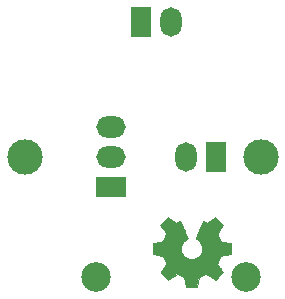
<source format=gbl>
%TF.GenerationSoftware,KiCad,Pcbnew,6.0.7*%
%TF.CreationDate,2022-09-06T10:13:28+02:00*%
%TF.ProjectId,gluhwurmchen,676c7568-7775-4726-9d63-68656e2e6b69,rev?*%
%TF.SameCoordinates,Original*%
%TF.FileFunction,Copper,L2,Bot*%
%TF.FilePolarity,Positive*%
%FSLAX46Y46*%
G04 Gerber Fmt 4.6, Leading zero omitted, Abs format (unit mm)*
G04 Created by KiCad (PCBNEW 6.0.7) date 2022-09-06 10:13:28*
%MOMM*%
%LPD*%
G01*
G04 APERTURE LIST*
%TA.AperFunction,EtchedComponent*%
%ADD10C,0.010000*%
%TD*%
%TA.AperFunction,ComponentPad*%
%ADD11C,2.500000*%
%TD*%
%TA.AperFunction,ComponentPad*%
%ADD12R,1.800000X2.500000*%
%TD*%
%TA.AperFunction,ComponentPad*%
%ADD13O,1.800000X2.500000*%
%TD*%
%TA.AperFunction,ComponentPad*%
%ADD14R,2.500000X1.800000*%
%TD*%
%TA.AperFunction,ComponentPad*%
%ADD15O,2.500000X1.800000*%
%TD*%
%TA.AperFunction,ComponentPad*%
%ADD16C,3.000000*%
%TD*%
G04 APERTURE END LIST*
G36*
X87603410Y-94013558D02*
G01*
X87637424Y-94039487D01*
X87689860Y-94085138D01*
X87756154Y-94146022D01*
X87831742Y-94217647D01*
X87912059Y-94295525D01*
X87992542Y-94375163D01*
X88068626Y-94452073D01*
X88135748Y-94521763D01*
X88189343Y-94579744D01*
X88224847Y-94621524D01*
X88237696Y-94642615D01*
X88236955Y-94646627D01*
X88221662Y-94679288D01*
X88188993Y-94735796D01*
X88142105Y-94811045D01*
X88084154Y-94899933D01*
X88018298Y-94997354D01*
X87999828Y-95024226D01*
X87934973Y-95118785D01*
X87877846Y-95202381D01*
X87831777Y-95270124D01*
X87800096Y-95317122D01*
X87786131Y-95338482D01*
X87785787Y-95339397D01*
X87789909Y-95365530D01*
X87805648Y-95418468D01*
X87830451Y-95491561D01*
X87861766Y-95578156D01*
X87897038Y-95671600D01*
X87933715Y-95765243D01*
X87969243Y-95852431D01*
X88001069Y-95926513D01*
X88026639Y-95980837D01*
X88043402Y-96008751D01*
X88045081Y-96010484D01*
X88057083Y-96019252D01*
X88077352Y-96028093D01*
X88109926Y-96037916D01*
X88158839Y-96049625D01*
X88228128Y-96064128D01*
X88321830Y-96082332D01*
X88443979Y-96105142D01*
X88598613Y-96133467D01*
X88630685Y-96139428D01*
X88722562Y-96157856D01*
X88799848Y-96175316D01*
X88855219Y-96190075D01*
X88881350Y-96200398D01*
X88885722Y-96209011D01*
X88893010Y-96250382D01*
X88898786Y-96318967D01*
X88903045Y-96408340D01*
X88905782Y-96512073D01*
X88906993Y-96623743D01*
X88906673Y-96736921D01*
X88904819Y-96845182D01*
X88901425Y-96942100D01*
X88896488Y-97021249D01*
X88890003Y-97076202D01*
X88881966Y-97100534D01*
X88873759Y-97104129D01*
X88832936Y-97115460D01*
X88763931Y-97131486D01*
X88672252Y-97151013D01*
X88563405Y-97172846D01*
X88442897Y-97195790D01*
X88377098Y-97208049D01*
X88264320Y-97229307D01*
X88167248Y-97247921D01*
X88091073Y-97262880D01*
X88040986Y-97273172D01*
X88022179Y-97277786D01*
X88021472Y-97278737D01*
X88009494Y-97302898D01*
X87986661Y-97353514D01*
X87955825Y-97423870D01*
X87919842Y-97507250D01*
X87881564Y-97596938D01*
X87843846Y-97686219D01*
X87809542Y-97768376D01*
X87781506Y-97836695D01*
X87762591Y-97884460D01*
X87755652Y-97904954D01*
X87758713Y-97912165D01*
X87779083Y-97946480D01*
X87816033Y-98004238D01*
X87866595Y-98080909D01*
X87927798Y-98171960D01*
X87996674Y-98272858D01*
X88034461Y-98328115D01*
X88099673Y-98424993D01*
X88155584Y-98510015D01*
X88199214Y-98578546D01*
X88227578Y-98625948D01*
X88237696Y-98647585D01*
X88230665Y-98659321D01*
X88201258Y-98694390D01*
X88153014Y-98747463D01*
X88090362Y-98814044D01*
X88017730Y-98889634D01*
X87939547Y-98969736D01*
X87860241Y-99049854D01*
X87784242Y-99125490D01*
X87715977Y-99192146D01*
X87659875Y-99245326D01*
X87620365Y-99280532D01*
X87601876Y-99293266D01*
X87591612Y-99288315D01*
X87553925Y-99265351D01*
X87493107Y-99226270D01*
X87413542Y-99173936D01*
X87319612Y-99111212D01*
X87215701Y-99040962D01*
X86844661Y-98788657D01*
X86535375Y-98916155D01*
X86226090Y-99043653D01*
X86142269Y-99488277D01*
X86058449Y-99932901D01*
X85133001Y-99932901D01*
X85049180Y-99488277D01*
X84965360Y-99043653D01*
X84346788Y-98788657D01*
X83975748Y-99040962D01*
X83902311Y-99090702D01*
X83804956Y-99155990D01*
X83720668Y-99211754D01*
X83653824Y-99255130D01*
X83608801Y-99283255D01*
X83589977Y-99293266D01*
X83578416Y-99286147D01*
X83543859Y-99256314D01*
X83491561Y-99207356D01*
X83425955Y-99143768D01*
X83351472Y-99070045D01*
X83272542Y-98990683D01*
X83193599Y-98910177D01*
X83119071Y-98833023D01*
X83053392Y-98763715D01*
X83000992Y-98706751D01*
X82966302Y-98666624D01*
X82953754Y-98647831D01*
X82956673Y-98639757D01*
X82976884Y-98603739D01*
X83013792Y-98544464D01*
X83064405Y-98466578D01*
X83125730Y-98374727D01*
X83194776Y-98273558D01*
X83232668Y-98218382D01*
X83297849Y-98122324D01*
X83353732Y-98038491D01*
X83397338Y-97971431D01*
X83425686Y-97925689D01*
X83435798Y-97905812D01*
X83435632Y-97904711D01*
X83426712Y-97879514D01*
X83406249Y-97828061D01*
X83377095Y-97757073D01*
X83342102Y-97673273D01*
X83304123Y-97583380D01*
X83266010Y-97494117D01*
X83230616Y-97412205D01*
X83200793Y-97344365D01*
X83179394Y-97297318D01*
X83169271Y-97277786D01*
X83163281Y-97276053D01*
X83126889Y-97268239D01*
X83062028Y-97255293D01*
X82973890Y-97238229D01*
X82867668Y-97218057D01*
X82748553Y-97195790D01*
X82685772Y-97183985D01*
X82570543Y-97161460D01*
X82469793Y-97140658D01*
X82389029Y-97122773D01*
X82333757Y-97109000D01*
X82309484Y-97100534D01*
X82305124Y-97092142D01*
X82297892Y-97051136D01*
X82292209Y-96982840D01*
X82288073Y-96893679D01*
X82285478Y-96790080D01*
X82284419Y-96678468D01*
X82284894Y-96565270D01*
X82286896Y-96456912D01*
X82290422Y-96359819D01*
X82295468Y-96280418D01*
X82302028Y-96225136D01*
X82310099Y-96200398D01*
X82314997Y-96197608D01*
X82351525Y-96185639D01*
X82414890Y-96169803D01*
X82497769Y-96151834D01*
X82592837Y-96133467D01*
X82624913Y-96127617D01*
X82773062Y-96100410D01*
X82889494Y-96078545D01*
X82978246Y-96061115D01*
X83043352Y-96047212D01*
X83088849Y-96035931D01*
X83118773Y-96026365D01*
X83137161Y-96017607D01*
X83148048Y-96008751D01*
X83149313Y-96007265D01*
X83167117Y-95976277D01*
X83193461Y-95919574D01*
X83225794Y-95843809D01*
X83261562Y-95755634D01*
X83298211Y-95661701D01*
X83333189Y-95568661D01*
X83363942Y-95483167D01*
X83387917Y-95411872D01*
X83402560Y-95361426D01*
X83405319Y-95338482D01*
X83403474Y-95335505D01*
X83384380Y-95306715D01*
X83348471Y-95253613D01*
X83299077Y-95181091D01*
X83239528Y-95094041D01*
X83173152Y-94997354D01*
X83154935Y-94970752D01*
X83090878Y-94875333D01*
X83035518Y-94789996D01*
X82992016Y-94719803D01*
X82963531Y-94669814D01*
X82953223Y-94645092D01*
X82955444Y-94638592D01*
X82978597Y-94606564D01*
X83024278Y-94554263D01*
X83089214Y-94485209D01*
X83170136Y-94402922D01*
X83263770Y-94310922D01*
X83317290Y-94259427D01*
X83401913Y-94179225D01*
X83475980Y-94110530D01*
X83535514Y-94056956D01*
X83576538Y-94022123D01*
X83595074Y-94009645D01*
X83607809Y-94014270D01*
X83647019Y-94036151D01*
X83703960Y-94071935D01*
X83771205Y-94117091D01*
X83819017Y-94150043D01*
X83914470Y-94215481D01*
X84016330Y-94284980D01*
X84109367Y-94348133D01*
X84291623Y-94471408D01*
X84444614Y-94388688D01*
X84480638Y-94369595D01*
X84546152Y-94336936D01*
X84596815Y-94314389D01*
X84623891Y-94305982D01*
X84632752Y-94316778D01*
X84654756Y-94357885D01*
X84687256Y-94425659D01*
X84728445Y-94515799D01*
X84776513Y-94624003D01*
X84829653Y-94745971D01*
X84886056Y-94877400D01*
X84943913Y-95013990D01*
X85001417Y-95151441D01*
X85056758Y-95285450D01*
X85108129Y-95411717D01*
X85153720Y-95525940D01*
X85191723Y-95623818D01*
X85220331Y-95701051D01*
X85237734Y-95753337D01*
X85242124Y-95776375D01*
X85241827Y-95777048D01*
X85221378Y-95798345D01*
X85178605Y-95831700D01*
X85122338Y-95870197D01*
X85104578Y-95881952D01*
X84969441Y-95993473D01*
X84857599Y-96126302D01*
X84771700Y-96274910D01*
X84714393Y-96433768D01*
X84688324Y-96597348D01*
X84696142Y-96760120D01*
X84727811Y-96904893D01*
X84784673Y-97051084D01*
X84867567Y-97181505D01*
X84981324Y-97305395D01*
X85026022Y-97344973D01*
X85170520Y-97442485D01*
X85326617Y-97508158D01*
X85489788Y-97542578D01*
X85655512Y-97546334D01*
X85819263Y-97520014D01*
X85976519Y-97464205D01*
X86122757Y-97379494D01*
X86253451Y-97266471D01*
X86364081Y-97125721D01*
X86385350Y-97090866D01*
X86457645Y-96931553D01*
X86496040Y-96765656D01*
X86501541Y-96597471D01*
X86475154Y-96431295D01*
X86417885Y-96271424D01*
X86330738Y-96122155D01*
X86214719Y-95987785D01*
X86070833Y-95872609D01*
X86066161Y-95869506D01*
X86010491Y-95830275D01*
X85968766Y-95796922D01*
X85949709Y-95776375D01*
X85952113Y-95760267D01*
X85967064Y-95713364D01*
X85993574Y-95640669D01*
X86029835Y-95546483D01*
X86074039Y-95435110D01*
X86124379Y-95310850D01*
X86179048Y-95178006D01*
X86236237Y-95040881D01*
X86294139Y-94903776D01*
X86350945Y-94770993D01*
X86404849Y-94646834D01*
X86454043Y-94535602D01*
X86496718Y-94441599D01*
X86531068Y-94369126D01*
X86555284Y-94322486D01*
X86567558Y-94305982D01*
X86577766Y-94308217D01*
X86617869Y-94324282D01*
X86677137Y-94352449D01*
X86746836Y-94388688D01*
X86899826Y-94471408D01*
X87082082Y-94348133D01*
X87135928Y-94311629D01*
X87236081Y-94243424D01*
X87335930Y-94175110D01*
X87420244Y-94117091D01*
X87466776Y-94085472D01*
X87527255Y-94046188D01*
X87572098Y-94019296D01*
X87594000Y-94009325D01*
X87603410Y-94013558D01*
G37*
D10*
X87603410Y-94013558D02*
X87637424Y-94039487D01*
X87689860Y-94085138D01*
X87756154Y-94146022D01*
X87831742Y-94217647D01*
X87912059Y-94295525D01*
X87992542Y-94375163D01*
X88068626Y-94452073D01*
X88135748Y-94521763D01*
X88189343Y-94579744D01*
X88224847Y-94621524D01*
X88237696Y-94642615D01*
X88236955Y-94646627D01*
X88221662Y-94679288D01*
X88188993Y-94735796D01*
X88142105Y-94811045D01*
X88084154Y-94899933D01*
X88018298Y-94997354D01*
X87999828Y-95024226D01*
X87934973Y-95118785D01*
X87877846Y-95202381D01*
X87831777Y-95270124D01*
X87800096Y-95317122D01*
X87786131Y-95338482D01*
X87785787Y-95339397D01*
X87789909Y-95365530D01*
X87805648Y-95418468D01*
X87830451Y-95491561D01*
X87861766Y-95578156D01*
X87897038Y-95671600D01*
X87933715Y-95765243D01*
X87969243Y-95852431D01*
X88001069Y-95926513D01*
X88026639Y-95980837D01*
X88043402Y-96008751D01*
X88045081Y-96010484D01*
X88057083Y-96019252D01*
X88077352Y-96028093D01*
X88109926Y-96037916D01*
X88158839Y-96049625D01*
X88228128Y-96064128D01*
X88321830Y-96082332D01*
X88443979Y-96105142D01*
X88598613Y-96133467D01*
X88630685Y-96139428D01*
X88722562Y-96157856D01*
X88799848Y-96175316D01*
X88855219Y-96190075D01*
X88881350Y-96200398D01*
X88885722Y-96209011D01*
X88893010Y-96250382D01*
X88898786Y-96318967D01*
X88903045Y-96408340D01*
X88905782Y-96512073D01*
X88906993Y-96623743D01*
X88906673Y-96736921D01*
X88904819Y-96845182D01*
X88901425Y-96942100D01*
X88896488Y-97021249D01*
X88890003Y-97076202D01*
X88881966Y-97100534D01*
X88873759Y-97104129D01*
X88832936Y-97115460D01*
X88763931Y-97131486D01*
X88672252Y-97151013D01*
X88563405Y-97172846D01*
X88442897Y-97195790D01*
X88377098Y-97208049D01*
X88264320Y-97229307D01*
X88167248Y-97247921D01*
X88091073Y-97262880D01*
X88040986Y-97273172D01*
X88022179Y-97277786D01*
X88021472Y-97278737D01*
X88009494Y-97302898D01*
X87986661Y-97353514D01*
X87955825Y-97423870D01*
X87919842Y-97507250D01*
X87881564Y-97596938D01*
X87843846Y-97686219D01*
X87809542Y-97768376D01*
X87781506Y-97836695D01*
X87762591Y-97884460D01*
X87755652Y-97904954D01*
X87758713Y-97912165D01*
X87779083Y-97946480D01*
X87816033Y-98004238D01*
X87866595Y-98080909D01*
X87927798Y-98171960D01*
X87996674Y-98272858D01*
X88034461Y-98328115D01*
X88099673Y-98424993D01*
X88155584Y-98510015D01*
X88199214Y-98578546D01*
X88227578Y-98625948D01*
X88237696Y-98647585D01*
X88230665Y-98659321D01*
X88201258Y-98694390D01*
X88153014Y-98747463D01*
X88090362Y-98814044D01*
X88017730Y-98889634D01*
X87939547Y-98969736D01*
X87860241Y-99049854D01*
X87784242Y-99125490D01*
X87715977Y-99192146D01*
X87659875Y-99245326D01*
X87620365Y-99280532D01*
X87601876Y-99293266D01*
X87591612Y-99288315D01*
X87553925Y-99265351D01*
X87493107Y-99226270D01*
X87413542Y-99173936D01*
X87319612Y-99111212D01*
X87215701Y-99040962D01*
X86844661Y-98788657D01*
X86535375Y-98916155D01*
X86226090Y-99043653D01*
X86142269Y-99488277D01*
X86058449Y-99932901D01*
X85133001Y-99932901D01*
X85049180Y-99488277D01*
X84965360Y-99043653D01*
X84346788Y-98788657D01*
X83975748Y-99040962D01*
X83902311Y-99090702D01*
X83804956Y-99155990D01*
X83720668Y-99211754D01*
X83653824Y-99255130D01*
X83608801Y-99283255D01*
X83589977Y-99293266D01*
X83578416Y-99286147D01*
X83543859Y-99256314D01*
X83491561Y-99207356D01*
X83425955Y-99143768D01*
X83351472Y-99070045D01*
X83272542Y-98990683D01*
X83193599Y-98910177D01*
X83119071Y-98833023D01*
X83053392Y-98763715D01*
X83000992Y-98706751D01*
X82966302Y-98666624D01*
X82953754Y-98647831D01*
X82956673Y-98639757D01*
X82976884Y-98603739D01*
X83013792Y-98544464D01*
X83064405Y-98466578D01*
X83125730Y-98374727D01*
X83194776Y-98273558D01*
X83232668Y-98218382D01*
X83297849Y-98122324D01*
X83353732Y-98038491D01*
X83397338Y-97971431D01*
X83425686Y-97925689D01*
X83435798Y-97905812D01*
X83435632Y-97904711D01*
X83426712Y-97879514D01*
X83406249Y-97828061D01*
X83377095Y-97757073D01*
X83342102Y-97673273D01*
X83304123Y-97583380D01*
X83266010Y-97494117D01*
X83230616Y-97412205D01*
X83200793Y-97344365D01*
X83179394Y-97297318D01*
X83169271Y-97277786D01*
X83163281Y-97276053D01*
X83126889Y-97268239D01*
X83062028Y-97255293D01*
X82973890Y-97238229D01*
X82867668Y-97218057D01*
X82748553Y-97195790D01*
X82685772Y-97183985D01*
X82570543Y-97161460D01*
X82469793Y-97140658D01*
X82389029Y-97122773D01*
X82333757Y-97109000D01*
X82309484Y-97100534D01*
X82305124Y-97092142D01*
X82297892Y-97051136D01*
X82292209Y-96982840D01*
X82288073Y-96893679D01*
X82285478Y-96790080D01*
X82284419Y-96678468D01*
X82284894Y-96565270D01*
X82286896Y-96456912D01*
X82290422Y-96359819D01*
X82295468Y-96280418D01*
X82302028Y-96225136D01*
X82310099Y-96200398D01*
X82314997Y-96197608D01*
X82351525Y-96185639D01*
X82414890Y-96169803D01*
X82497769Y-96151834D01*
X82592837Y-96133467D01*
X82624913Y-96127617D01*
X82773062Y-96100410D01*
X82889494Y-96078545D01*
X82978246Y-96061115D01*
X83043352Y-96047212D01*
X83088849Y-96035931D01*
X83118773Y-96026365D01*
X83137161Y-96017607D01*
X83148048Y-96008751D01*
X83149313Y-96007265D01*
X83167117Y-95976277D01*
X83193461Y-95919574D01*
X83225794Y-95843809D01*
X83261562Y-95755634D01*
X83298211Y-95661701D01*
X83333189Y-95568661D01*
X83363942Y-95483167D01*
X83387917Y-95411872D01*
X83402560Y-95361426D01*
X83405319Y-95338482D01*
X83403474Y-95335505D01*
X83384380Y-95306715D01*
X83348471Y-95253613D01*
X83299077Y-95181091D01*
X83239528Y-95094041D01*
X83173152Y-94997354D01*
X83154935Y-94970752D01*
X83090878Y-94875333D01*
X83035518Y-94789996D01*
X82992016Y-94719803D01*
X82963531Y-94669814D01*
X82953223Y-94645092D01*
X82955444Y-94638592D01*
X82978597Y-94606564D01*
X83024278Y-94554263D01*
X83089214Y-94485209D01*
X83170136Y-94402922D01*
X83263770Y-94310922D01*
X83317290Y-94259427D01*
X83401913Y-94179225D01*
X83475980Y-94110530D01*
X83535514Y-94056956D01*
X83576538Y-94022123D01*
X83595074Y-94009645D01*
X83607809Y-94014270D01*
X83647019Y-94036151D01*
X83703960Y-94071935D01*
X83771205Y-94117091D01*
X83819017Y-94150043D01*
X83914470Y-94215481D01*
X84016330Y-94284980D01*
X84109367Y-94348133D01*
X84291623Y-94471408D01*
X84444614Y-94388688D01*
X84480638Y-94369595D01*
X84546152Y-94336936D01*
X84596815Y-94314389D01*
X84623891Y-94305982D01*
X84632752Y-94316778D01*
X84654756Y-94357885D01*
X84687256Y-94425659D01*
X84728445Y-94515799D01*
X84776513Y-94624003D01*
X84829653Y-94745971D01*
X84886056Y-94877400D01*
X84943913Y-95013990D01*
X85001417Y-95151441D01*
X85056758Y-95285450D01*
X85108129Y-95411717D01*
X85153720Y-95525940D01*
X85191723Y-95623818D01*
X85220331Y-95701051D01*
X85237734Y-95753337D01*
X85242124Y-95776375D01*
X85241827Y-95777048D01*
X85221378Y-95798345D01*
X85178605Y-95831700D01*
X85122338Y-95870197D01*
X85104578Y-95881952D01*
X84969441Y-95993473D01*
X84857599Y-96126302D01*
X84771700Y-96274910D01*
X84714393Y-96433768D01*
X84688324Y-96597348D01*
X84696142Y-96760120D01*
X84727811Y-96904893D01*
X84784673Y-97051084D01*
X84867567Y-97181505D01*
X84981324Y-97305395D01*
X85026022Y-97344973D01*
X85170520Y-97442485D01*
X85326617Y-97508158D01*
X85489788Y-97542578D01*
X85655512Y-97546334D01*
X85819263Y-97520014D01*
X85976519Y-97464205D01*
X86122757Y-97379494D01*
X86253451Y-97266471D01*
X86364081Y-97125721D01*
X86385350Y-97090866D01*
X86457645Y-96931553D01*
X86496040Y-96765656D01*
X86501541Y-96597471D01*
X86475154Y-96431295D01*
X86417885Y-96271424D01*
X86330738Y-96122155D01*
X86214719Y-95987785D01*
X86070833Y-95872609D01*
X86066161Y-95869506D01*
X86010491Y-95830275D01*
X85968766Y-95796922D01*
X85949709Y-95776375D01*
X85952113Y-95760267D01*
X85967064Y-95713364D01*
X85993574Y-95640669D01*
X86029835Y-95546483D01*
X86074039Y-95435110D01*
X86124379Y-95310850D01*
X86179048Y-95178006D01*
X86236237Y-95040881D01*
X86294139Y-94903776D01*
X86350945Y-94770993D01*
X86404849Y-94646834D01*
X86454043Y-94535602D01*
X86496718Y-94441599D01*
X86531068Y-94369126D01*
X86555284Y-94322486D01*
X86567558Y-94305982D01*
X86577766Y-94308217D01*
X86617869Y-94324282D01*
X86677137Y-94352449D01*
X86746836Y-94388688D01*
X86899826Y-94471408D01*
X87082082Y-94348133D01*
X87135928Y-94311629D01*
X87236081Y-94243424D01*
X87335930Y-94175110D01*
X87420244Y-94117091D01*
X87466776Y-94085472D01*
X87527255Y-94046188D01*
X87572098Y-94019296D01*
X87594000Y-94009325D01*
X87603410Y-94013558D01*
D11*
X77470000Y-99060000D03*
X90170000Y-99060000D03*
D12*
X81280000Y-77470000D03*
D13*
X83820000Y-77470000D03*
D14*
X78740000Y-91440000D03*
D15*
X78740000Y-88900000D03*
X78740000Y-86360000D03*
D12*
X87630000Y-88900000D03*
D13*
X85090000Y-88900000D03*
D16*
X91440000Y-88900000D03*
X71440000Y-88900000D03*
M02*

</source>
